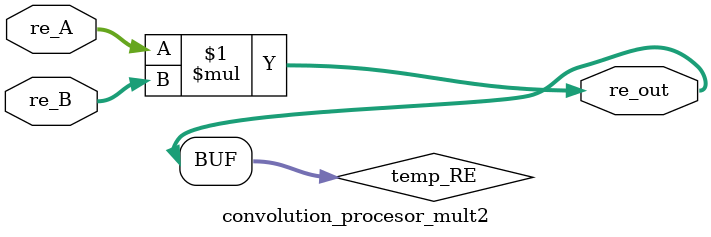
<source format=sv>
`timescale 1ns / 1ps
/*	
   ===================================================================
   Module Name  : Multiplier
      
   Filename     : convolution_procesor_mult2.sv
   Type         : Verilog Module
   
   Description  : 
                  Multiplier with independent buses for real and imaginary parts.
                  Input    :  "DATA_WIDTH" length word in 2's complement representation.
                  Output   :  "DATA_WIDTH" length word in 2's complement representation.
                  
                  Designer must take care of overflow. 
                  We recommend to instantiate a "DATA WIDTH" length adder for "DATA WIDTH-1" length inputs.
                  
   -----------------------------------------------------------------------------
   Clocks      : -
   Reset       : -
   Parameters  :   
         NAME                         Comments                                            Default
         -------------------------------------------------------------------------------------------
         DATA_WIDTH              Number of data bits for inputs and outputs               22 
         -------------------------------------------------------------------------------------------
   Version     : 1.0
   Data        : 14 Nov 2018
   Revision    : -
   Reviser     : -		
   ------------------------------------------------------------------------------
      Modification Log "please register all the modifications in this area"
      (D/M/Y)  
      
   ----------------------
   // Instance template
   ----------------------
   convolution_procesor_mult2
   #(
      .DATA_WIDTH_A    ()
		.DATA_WIDTH_B    ()
		.DATA_WIDTH_O    ()
   )
   "MODULE_NAME"
   (
       .re_A      (),
       .re_B      (),
       .re_out    ()
   );
*/


module convolution_procesor_mult2
#(
   parameter DATA_WIDTH_A = 22,
   parameter DATA_WIDTH_B = 22,
   parameter DATA_WIDTH_O = 22
)(
   input signed [DATA_WIDTH_A-1 : 0] re_A,
	input signed [DATA_WIDTH_B-1 : 0] re_B,
   output [DATA_WIDTH_O-1 : 0] re_out
);
	
	wire signed [DATA_WIDTH_O-1: 0] temp_RE;
	
	assign temp_RE = re_A * re_B;
	
	assign re_out = temp_RE;
endmodule

</source>
